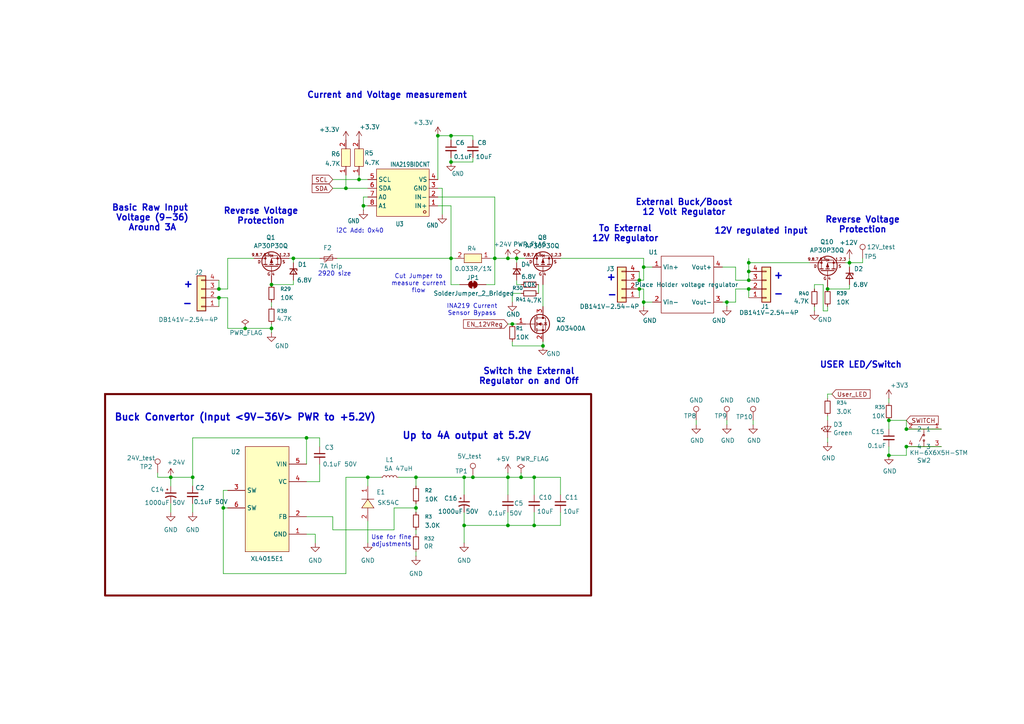
<source format=kicad_sch>
(kicad_sch (version 20250114) (generator "eeschema") (generator_version "9.0")
  (paper "A4")
  (title_block (title "MothBox") (date "2025-11-14") (rev "5.0.3") (company "Digital Naturalism Laboritories"))
  (rectangle (start 30.48 114.3) (end 171.45 172.72) (stroke (width 0.5842) (color 110 0 0 1)))
  (text "+" (at 225.806 80.01 0) (effects (font (size 2 2) (thickness 0.4) (bold yes))))
  (text "Current and Voltage measurement\n" (at 112.268 27.686 0) (effects (font (size 1.778 1.778) (thickness 0.3556) (bold yes))))
  (text "i2C Add: 0x40" (at 104.394 67.056 0) (effects (font (size 1.27 1.27))))
  (text "Buck Convertor (Input <9V-36V> PWR to +5.2V)" (at 71.12 121.158 0) (effects (font (size 2 2) (thickness 0.4) (bold yes))))
  (text "Reverse Voltage\nProtection" (at 75.692 62.738 0) (effects (font (size 1.778 1.778) (thickness 0.3556) (bold yes))))
  (text "+" (at 54.61 82.55 0) (effects (font (size 2 2) (thickness 0.4) (bold yes))))
  (text "-" (at 225.806 85.344 0) (effects (font (size 2 2) (thickness 0.4) (bold yes))))
  (text "Use for fine\nadjustments" (at 113.538 156.972 0) (effects (font (size 1.27 1.27))))
  (text "To External\n12V Regulator" (at 181.356 67.818 0) (effects (font (size 1.778 1.778) (thickness 0.3556) (bold yes))))
  (text "+" (at 177.292 80.518 0) (effects (font (size 2 2) (thickness 0.4) (bold yes))))
  (text "Reverse Voltage\nProtection" (at 250.19 65.278 0) (effects (font (size 1.778 1.778) (thickness 0.3556) (bold yes))))
  (text "INA219 Current\nSensor Bypass" (at 136.906 89.916 0) (effects (font (size 1.27 1.27))))
  (text "12V regulated input\n" (at 220.726 67.056 0) (effects (font (size 1.778 1.778) (thickness 0.3556) (bold yes))))
  (text "Switch the External\nRegulator on and Off\n" (at 153.416 109.22 0) (effects (font (size 1.778 1.778) (thickness 0.3556) (bold yes))))
  (text "2920 size" (at 97.028 79.502 0) (effects (font (size 1.27 1.27))))
  (text "-" (at 177.546 85.598 0) (effects (font (size 2 2) (thickness 0.4) (bold yes))))
  (text "Cut Jumper to\nmeasure current\nflow" (at 121.412 82.296 0) (effects (font (size 1.27 1.27))))
  (text "Up to 4A output at 5.2V" (at 135.382 126.492 0) (effects (font (size 2 2) (thickness 0.4) (bold yes))))
  (text "USER LED/Switch" (at 249.682 105.918 0) (effects (font (size 1.778 1.778) (thickness 0.3556) (bold yes))))
  (text "Basic Raw Input \nVoltage (9-36)\nAround 3A" (at 44.196 63.246 0) (effects (font (size 1.778 1.778) (thickness 0.3556) (bold yes))))
  (text "-" (at 54.356 88.138 0) (effects (font (size 2 2) (thickness 0.4) (bold yes))))
  (text "External Buck/Boost\n12 Volt Regulator" (at 198.374 60.198 0) (effects (font (size 1.778 1.778) (thickness 0.3556) (bold yes))))
  (junction (at 217.17 76.2))
  (junction (at 100.33 54.61))
  (junction (at 104.14 52.07))
  (junction (at 106.68 138.43))
  (junction (at 186.69 87.63))
  (junction (at 63.5 86.36))
  (junction (at 134.62 138.43))
  (junction (at 154.94 138.43))
  (junction (at 262.89 124.46))
  (junction (at 240.03 83.82))
  (junction (at 71.12 95.25))
  (junction (at 185.42 83.82))
  (junction (at 105.41 59.69))
  (junction (at 149.86 74.93))
  (junction (at 186.69 77.47))
  (junction (at 157.48 100.33))
  (junction (at 151.13 138.43))
  (junction (at 143.51 74.93))
  (junction (at 120.65 147.32))
  (junction (at 148.59 93.98))
  (junction (at 120.65 138.43))
  (junction (at 85.09 74.93))
  (junction (at 246.38 76.2))
  (junction (at 88.9 127))
  (junction (at 147.32 138.43))
  (junction (at 49.53 138.43))
  (junction (at 130.81 39.37))
  (junction (at 63.5 83.82))
  (junction (at 217.17 78.74))
  (junction (at 130.81 46.99))
  (junction (at 210.82 87.63))
  (junction (at 217.17 81.28))
  (junction (at 257.81 132.08))
  (junction (at 262.89 129.54))
  (junction (at 217.17 83.82))
  (junction (at 134.62 152.4))
  (junction (at 137.16 138.43))
  (junction (at 130.81 74.93))
  (junction (at 147.32 152.4))
  (junction (at 78.74 82.55))
  (junction (at 147.32 74.93))
  (junction (at 127 39.37))
  (junction (at 78.74 95.25))
  (junction (at 257.81 121.92))
  (junction (at 154.94 152.4))
  (junction (at 185.42 81.28))
  (junction (at 55.88 138.43))
  (junction (at 64.77 147.32))
  (wire (pts (xy 55.88 127) (xy 55.88 138.43)))
  (wire (pts (xy 63.5 83.82) (xy 66.04 83.82)))
  (wire (pts (xy 128.27 54.61) (xy 128.27 62.23)))
  (wire (pts (xy 156.21 82.55) (xy 156.21 85.09)))
  (wire (pts (xy 78.74 82.55) (xy 85.09 82.55)))
  (wire (pts (xy 246.38 74.93) (xy 246.38 76.2)))
  (wire (pts (xy 127 54.61) (xy 128.27 54.61)))
  (wire (pts (xy 186.69 87.63) (xy 189.23 87.63)))
  (wire (pts (xy 96.52 149.86) (xy 96.52 153.67)))
  (wire (pts (xy 63.5 81.28) (xy 63.5 83.82)))
  (wire (pts (xy 245.11 76.2) (xy 246.38 76.2)))
  (wire (pts (xy 147.32 93.98) (xy 148.59 93.98)))
  (wire (pts (xy 64.77 147.32) (xy 64.77 142.24)))
  (wire (pts (xy 250.19 74.93) (xy 250.19 76.2)))
  (wire (pts (xy 162.56 138.43) (xy 154.94 138.43)))
  (wire (pts (xy 217.17 78.74) (xy 217.17 81.28)))
  (wire (pts (xy 217.17 76.2) (xy 234.95 76.2)))
  (wire (pts (xy 147.32 143.51) (xy 147.32 138.43)))
  (wire (pts (xy 154.94 138.43) (xy 151.13 138.43)))
  (wire (pts (xy 134.62 148.59) (xy 134.62 152.4)))
  (wire (pts (xy 104.14 52.07) (xy 96.52 52.07)) (stroke (width 0.1524)))
  (wire (pts (xy 114.3 147.32) (xy 120.65 147.32)))
  (wire (pts (xy 217.17 83.82) (xy 217.17 86.36)))
  (wire (pts (xy 66.04 86.36) (xy 66.04 95.25)))
  (wire (pts (xy 127 59.69) (xy 130.81 59.69)) (stroke (width 0.1524)))
  (wire (pts (xy 257.81 115.57) (xy 257.81 116.84)))
  (wire (pts (xy 45.72 138.43) (xy 49.53 138.43)))
  (wire (pts (xy 262.89 129.54) (xy 273.05 129.54)))
  (wire (pts (xy 133.35 82.55) (xy 130.81 82.55)))
  (wire (pts (xy 151.13 137.16) (xy 151.13 138.43)))
  (wire (pts (xy 120.65 147.32) (xy 120.65 148.59)))
  (wire (pts (xy 130.81 82.55) (xy 130.81 74.93)))
  (wire (pts (xy 127 57.15) (xy 143.51 57.15)) (stroke (width 0.1524)))
  (wire (pts (xy 186.69 83.82) (xy 186.69 87.63)))
  (wire (pts (xy 162.56 74.93) (xy 186.69 74.93)))
  (wire (pts (xy 262.89 129.54) (xy 262.89 132.08)))
  (wire (pts (xy 120.65 153.67) (xy 120.65 154.94)))
  (wire (pts (xy 148.59 93.98) (xy 149.86 93.98)))
  (wire (pts (xy 147.32 74.93) (xy 149.86 74.93)))
  (wire (pts (xy 137.16 45.72) (xy 137.16 46.99)))
  (wire (pts (xy 143.51 82.55) (xy 143.51 74.93)))
  (wire (pts (xy 106.68 57.15) (xy 105.41 57.15)))
  (wire (pts (xy 66.04 147.32) (xy 64.77 147.32)))
  (wire (pts (xy 240.03 120.65) (xy 240.03 121.92)))
  (wire (pts (xy 97.79 74.93) (xy 130.81 74.93)))
  (wire (pts (xy 106.68 54.61) (xy 100.33 54.61)) (stroke (width 0.1524)))
  (wire (pts (xy 236.22 82.55) (xy 236.22 83.82)))
  (wire (pts (xy 201.93 121.92) (xy 201.93 123.19)))
  (wire (pts (xy 157.48 82.55) (xy 157.48 88.9)))
  (wire (pts (xy 120.65 146.05) (xy 120.65 147.32)))
  (wire (pts (xy 147.32 148.59) (xy 147.32 152.4)))
  (wire (pts (xy 149.86 82.55) (xy 149.86 81.28)))
  (wire (pts (xy 130.81 39.37) (xy 130.81 40.64)))
  (wire (pts (xy 78.74 96.52) (xy 78.74 95.25)))
  (wire (pts (xy 149.86 74.93) (xy 149.86 76.2)))
  (wire (pts (xy 238.76 82.55) (xy 236.22 82.55)))
  (wire (pts (xy 91.44 154.94) (xy 91.44 157.48)))
  (wire (pts (xy 49.53 138.43) (xy 55.88 138.43)))
  (wire (pts (xy 238.76 90.17) (xy 238.76 82.55)))
  (wire (pts (xy 213.36 81.28) (xy 213.36 77.47)))
  (wire (pts (xy 134.62 152.4) (xy 147.32 152.4)))
  (wire (pts (xy 88.9 154.94) (xy 91.44 154.94)))
  (wire (pts (xy 209.55 77.47) (xy 213.36 77.47)))
  (wire (pts (xy 88.9 134.62) (xy 88.9 127)))
  (wire (pts (xy 185.42 83.82) (xy 185.42 86.36)))
  (wire (pts (xy 105.41 59.69) (xy 106.68 59.69)))
  (wire (pts (xy 151.13 138.43) (xy 147.32 138.43)))
  (wire (pts (xy 105.41 59.69) (xy 105.41 60.96)))
  (wire (pts (xy 186.69 77.47) (xy 186.69 74.93)))
  (wire (pts (xy 213.36 83.82) (xy 213.36 87.63)))
  (wire (pts (xy 262.89 121.92) (xy 262.89 124.46)))
  (wire (pts (xy 63.5 86.36) (xy 66.04 86.36)))
  (wire (pts (xy 49.53 146.05) (xy 49.53 148.59)))
  (wire (pts (xy 63.5 86.36) (xy 63.5 88.9)))
  (wire (pts (xy 83.82 74.93) (xy 85.09 74.93)))
  (wire (pts (xy 64.77 147.32) (xy 64.77 166.37)))
  (wire (pts (xy 186.69 81.28) (xy 186.69 77.47)))
  (wire (pts (xy 92.71 129.54) (xy 92.71 127)))
  (wire (pts (xy 85.09 74.93) (xy 92.71 74.93)))
  (wire (pts (xy 217.17 76.2) (xy 217.17 78.74)))
  (wire (pts (xy 250.19 76.2) (xy 246.38 76.2)))
  (wire (pts (xy 186.69 77.47) (xy 189.23 77.47)))
  (wire (pts (xy 130.81 74.93) (xy 132.08 74.93)))
  (wire (pts (xy 127 39.37) (xy 127 52.07)))
  (wire (pts (xy 148.59 100.33) (xy 157.48 100.33)))
  (wire (pts (xy 143.51 74.93) (xy 142.24 74.93)) (stroke (width 0.1524)))
  (wire (pts (xy 157.48 99.06) (xy 157.48 100.33)))
  (wire (pts (xy 106.68 138.43) (xy 110.49 138.43)))
  (wire (pts (xy 120.65 138.43) (xy 120.65 140.97)))
  (wire (pts (xy 246.38 82.55) (xy 246.38 83.82)))
  (wire (pts (xy 210.82 121.92) (xy 210.82 123.19)))
  (wire (pts (xy 185.42 78.74) (xy 185.42 81.28)))
  (wire (pts (xy 217.17 74.93) (xy 217.17 76.2)))
  (wire (pts (xy 162.56 143.51) (xy 162.56 138.43)))
  (wire (pts (xy 106.68 138.43) (xy 106.68 140.97)))
  (wire (pts (xy 140.97 82.55) (xy 143.51 82.55)))
  (wire (pts (xy 240.03 88.9) (xy 240.03 90.17)))
  (wire (pts (xy 257.81 121.92) (xy 257.81 124.46)))
  (wire (pts (xy 100.33 138.43) (xy 106.68 138.43)))
  (wire (pts (xy 134.62 152.4) (xy 134.62 157.48)))
  (wire (pts (xy 154.94 143.51) (xy 154.94 138.43)))
  (wire (pts (xy 154.94 152.4) (xy 147.32 152.4)))
  (wire (pts (xy 262.89 124.46) (xy 273.05 124.46)))
  (wire (pts (xy 96.52 54.61) (xy 100.33 54.61)))
  (wire (pts (xy 66.04 74.93) (xy 66.04 83.82)))
  (wire (pts (xy 149.86 82.55) (xy 151.13 82.55)))
  (wire (pts (xy 130.81 45.72) (xy 130.81 46.99)))
  (wire (pts (xy 240.03 90.17) (xy 238.76 90.17)))
  (wire (pts (xy 137.16 138.43) (xy 147.32 138.43)))
  (wire (pts (xy 148.59 85.09) (xy 148.59 87.63)))
  (wire (pts (xy 186.69 87.63) (xy 186.69 88.9)))
  (wire (pts (xy 66.04 142.24) (xy 64.77 142.24)))
  (wire (pts (xy 96.52 153.67) (xy 114.3 153.67)))
  (wire (pts (xy 73.66 74.93) (xy 66.04 74.93)))
  (wire (pts (xy 154.94 148.59) (xy 154.94 152.4)))
  (wire (pts (xy 143.51 74.93) (xy 147.32 74.93)))
  (wire (pts (xy 162.56 152.4) (xy 162.56 148.59)))
  (wire (pts (xy 45.72 137.16) (xy 45.72 138.43)))
  (wire (pts (xy 217.17 81.28) (xy 213.36 81.28)))
  (wire (pts (xy 127 39.37) (xy 130.81 39.37)))
  (wire (pts (xy 88.9 149.86) (xy 96.52 149.86)))
  (wire (pts (xy 137.16 40.64) (xy 137.16 39.37)))
  (wire (pts (xy 147.32 137.16) (xy 147.32 138.43)))
  (wire (pts (xy 85.09 81.28) (xy 85.09 82.55)))
  (wire (pts (xy 64.77 166.37) (xy 100.33 166.37)))
  (wire (pts (xy 105.41 57.15) (xy 105.41 59.69)))
  (wire (pts (xy 120.65 160.02) (xy 120.65 161.29)))
  (wire (pts (xy 96.52 54.61) (xy 100.33 54.61)) (stroke (width 0.1524)))
  (wire (pts (xy 236.22 88.9) (xy 236.22 90.17)))
  (wire (pts (xy 246.38 76.2) (xy 246.38 77.47)))
  (wire (pts (xy 88.9 139.7) (xy 92.71 139.7)))
  (wire (pts (xy 106.68 52.07) (xy 104.14 52.07)) (stroke (width 0.1524)))
  (wire (pts (xy 149.86 74.93) (xy 152.4 74.93)))
  (wire (pts (xy 55.88 146.05) (xy 55.88 148.59)))
  (wire (pts (xy 240.03 114.3) (xy 241.3 114.3)))
  (wire (pts (xy 209.55 87.63) (xy 210.82 87.63)))
  (wire (pts (xy 240.03 127) (xy 240.03 128.27)))
  (wire (pts (xy 100.33 166.37) (xy 100.33 138.43)))
  (wire (pts (xy 92.71 127) (xy 88.9 127)))
  (wire (pts (xy 218.44 121.92) (xy 218.44 123.19)))
  (wire (pts (xy 106.68 151.13) (xy 106.68 157.48)))
  (wire (pts (xy 257.81 132.08) (xy 262.89 132.08)))
  (wire (pts (xy 148.59 99.06) (xy 148.59 100.33)))
  (wire (pts (xy 240.03 83.82) (xy 246.38 83.82)))
  (wire (pts (xy 257.81 121.92) (xy 262.89 121.92)))
  (wire (pts (xy 154.94 152.4) (xy 162.56 152.4)))
  (wire (pts (xy 257.81 129.54) (xy 257.81 132.08)))
  (wire (pts (xy 217.17 83.82) (xy 213.36 83.82)))
  (wire (pts (xy 104.14 50.8) (xy 104.14 52.07)))
  (wire (pts (xy 143.51 57.15) (xy 143.51 74.93)) (stroke (width 0.1524)))
  (wire (pts (xy 49.53 138.43) (xy 49.53 140.97)))
  (wire (pts (xy 137.16 46.99) (xy 130.81 46.99)))
  (wire (pts (xy 66.04 95.25) (xy 71.12 95.25)))
  (wire (pts (xy 240.03 115.57) (xy 240.03 114.3)))
  (wire (pts (xy 137.16 39.37) (xy 130.81 39.37)))
  (wire (pts (xy 88.9 127) (xy 55.88 127)))
  (wire (pts (xy 71.12 95.25) (xy 78.74 95.25)))
  (wire (pts (xy 78.74 95.25) (xy 78.74 93.98)))
  (wire (pts (xy 85.09 74.93) (xy 85.09 76.2)))
  (wire (pts (xy 151.13 85.09) (xy 148.59 85.09)))
  (wire (pts (xy 115.57 138.43) (xy 120.65 138.43)))
  (wire (pts (xy 114.3 153.67) (xy 114.3 147.32)))
  (wire (pts (xy 134.62 143.51) (xy 134.62 138.43)))
  (wire (pts (xy 134.62 138.43) (xy 137.16 138.43)))
  (wire (pts (xy 120.65 138.43) (xy 134.62 138.43)))
  (wire (pts (xy 185.42 83.82) (xy 186.69 83.82)))
  (wire (pts (xy 100.33 50.8) (xy 100.33 54.61)))
  (wire (pts (xy 92.71 139.7) (xy 92.71 134.62)))
  (wire (pts (xy 78.74 87.63) (xy 78.74 88.9)))
  (wire (pts (xy 130.81 59.69) (xy 130.81 74.93)) (stroke (width 0.1524)))
  (wire (pts (xy 213.36 87.63) (xy 210.82 87.63)))
  (wire (pts (xy 185.42 81.28) (xy 186.69 81.28)))
  (wire (pts (xy 55.88 138.43) (xy 55.88 140.97)))
  (wire (pts (xy 210.82 87.63) (xy 210.82 88.9)))
  (global_label "SCL" (shape input) (at 96.52 52.07 180) (property "Intersheetrefs" "${INTERSHEET_REFS}" (effects (hide yes))))
  (global_label "SDA" (shape input) (at 96.52 54.61 180) (property "Intersheetrefs" "${INTERSHEET_REFS}" (effects (hide yes))))
  (global_label "User_LED" (shape input) (at 241.3 114.3 0) (property "Intersheetrefs" "${INTERSHEET_REFS}" (effects (hide yes))))
  (global_label "SWITCH" (shape input) (at 262.89 121.92 0) (property "Intersheetrefs" "${INTERSHEET_REFS}" (effects (hide yes))))
  (global_label "EN_12VReg" (shape input) (at 147.32 93.98 180) (property "Intersheetrefs" "${INTERSHEET_REFS}" (effects (hide yes))))
  (symbol (lib_name "AP30P30Q_1") (lib_id "MothBox_Symbol_Library:AP30P30Q_1") (at 240.03 76.2 0) (unit 1)
    (property "Reference" "Q10" (at 239.8396 70.1505 0))
    (property "Value" "AP30P30Q" (at 239.8396 72.5748 0))
    (property "Footprint" "0_easyeda_footprints:PDFN3333-8_L3.1-W3.2-P0.65-LS3.4-BL" (effects (hide yes)))
    (property "Description" "30V 30A 1.5W 800mV 1 P-Channel PDFN3333-8 Single FETs, MOSFETs RoHS" (effects (hide yes)))
    (property "LCSC" "C471913" (effects (hide yes)))
  )
  (symbol (lib_id "MothBox_Symbol_Library:C_Small") (at 137.16 43.18 0) (unit 1)
    (property "Reference" "C8" (at 138.43 41.402 0) (effects (justify left)))
    (property "Value" "10uF" (at 137.922 45.466 0) (effects (justify left)))
    (property "Footprint" "MothBox_footprints_Library:C_0603_1608Metric" (effects (hide yes)))
    (property "Description" "Unpolarized capacitor, small symbol" (effects (hide yes)))
    (property "LCSC_Part" "C19702" (effects (hide yes)))
  )
  (symbol (lib_id "MothBox_Symbol_Library:GND") (at 128.27 62.23 0) (unit 1)
    (property "Reference" "#U$03" (effects (hide yes)))
    (property "Value" "GND" (at 123.698 66.04 0) (effects (font (size 1.27 1.0795)) (justify left bottom)))
  )
  (symbol (lib_id "MothBox_Symbol_Library:PCSR2512BR100M6") (at 137.16 74.93 180) (unit 1)
    (property "Reference" "R4" (at 138.176 71.374 0) (effects (justify left bottom)))
    (property "Value" "0.033R/1%" (at 131.826 77.216 0) (effects (justify right bottom)))
    (property "Footprint" "MothBox_footprints_Library:R_2512_6332Metric" (effects (hide yes)))
    (property "LCSC_Part" "C875726" (effects (hide yes)))
  )
  (symbol (lib_id "MothBox_Symbol_Library:GND") (at 218.44 123.19 0) (unit 1)
    (property "Reference" "#PWR062" (effects (hide yes)))
    (property "Value" "GND" (at 218.694 127.762 0))
    (property "Description" "Power symbol creates a global label with name \"GND\" , ground" (effects (hide yes)))
  )
  (symbol (lib_id "MothBox_Symbol_Library:Conn_01x04") (at 180.34 83.82 180) (unit 1)
    (property "Reference" "J3" (at 177.038 77.978 0))
    (property "Value" "DB141V-2.54-4P" (at 176.784 88.9 0))
    (property "Footprint" "MothBox_footprints_Library:CONN-TH_4P-P2.54_DIBO_DB141V-2.54-4P" (effects (hide yes)))
    (property "Description" "Generic connector, single row, 01x04, script generated (kicad-library-utils/schlib/autogen/connector/)" (effects (hide yes)))
    (property "LCSC_Part" "C2898746" (effects (hide yes)))
  )
  (symbol (lib_id "MothBox_Symbol_Library:GND") (at 257.81 132.08 0) (unit 1)
    (property "Reference" "#PWR072" (effects (hide yes)))
    (property "Value" "GND" (at 258.064 136.652 0))
    (property "Description" "Power symbol creates a global label with name \"GND\" , ground" (effects (hide yes)))
  )
  (symbol (lib_id "MothBox_Symbol_Library:TestPoint") (at 250.19 74.93 0) (unit 1) (in_bom no)
    (property "Reference" "TP5" (at 252.476 74.422 0))
    (property "Value" "12V_test" (at 255.524 71.628 0))
    (property "Footprint" "MothBox_footprints_Library:TestPoint_THTPad_D1.0mm_Drill0.5mm" (effects (hide yes)))
    (property "Description" "test point" (effects (hide yes)))
  )
  (symbol (lib_id "MothBox_Symbol_Library:SK54C_C5449119") (at 106.68 146.05 270) (unit 1)
    (property "Reference" "E1" (at 111.76 142.748 90) (effects (justify right)))
    (property "Value" "SK54C" (at 115.824 145.796 90) (effects (justify right)))
    (property "Footprint" "MothBox_footprints_Library:SMC_L6.9-W5.9-LS8.0-RD" (effects (hide yes)))
    (property "Description" "Independent Type 5A 550mV@5A 40V SMC Diodes - General Purpose ROHS" (effects (hide yes)))
    (property "MF" "Taiwan Semiconductor" (effects (hide yes)))
    (property "MAXIMUM_PACKAGE_HEIGHT" "2.65mm" (effects (hide yes)))
    (property "Package" "DO-214AB-2 Taiwan Semiconductor" (effects (hide yes)))
    (property "Price" "None" (effects (hide yes)))
    (property "Check_prices" "https://www.snapeda.com/parts/SK54C/taiwan/view-part/?ref=eda" (effects (hide yes)))
    (property "STANDARD" "Manufacturer Recommendations" (effects (hide yes)))
    (property "PARTREV" "S2311" (effects (hide yes)))
    (property "SnapEDA_Link" "https://www.snapeda.com/parts/SK54C/taiwan/view-part/?ref=snap" (effects (hide yes)))
    (property "MP" "SK54C" (effects (hide yes)))
    (property "Description_1" "5A, 40V, Schottky Rectifier" (effects (hide yes)))
    (property "Availability" "In Stock" (effects (hide yes)))
    (property "MANUFACTURER" "Taiwan Semiconductor" (effects (hide yes)))
    (property "LCSC_Part" "C5449119" (effects (hide yes)))
  )
  (symbol (lib_id "MothBox_Symbol_Library:XL4015E1") (at 77.47 144.78 0) (unit 1)
    (property "Reference" "U2" (at 68.326 131.064 0))
    (property "Value" "XL4015E1" (at 77.47 162.052 0))
    (property "Footprint" "Package_TO_SOT_SMD:TO-263-5_TabPin3" (effects (hide yes)))
    (property "Datasheet" "https://lcsc.com/product-detail/DC-DC-Converters_XL4015E1_C51661.html" (effects (hide yes)))
    (property "MF" "XLSEMI" (effects (hide yes)))
    (property "MAXIMUM_PACKAGE_HEIGHT" "4.77mm" (effects (hide yes)))
    (property "Package" "None" (effects (hide yes)))
    (property "Price" "None" (effects (hide yes)))
    (property "Check_prices" "https://www.snapeda.com/parts/XL4015/XLSEMI/view-part/?ref=eda" (effects (hide yes)))
    (property "STANDARD" "Manufacturer Recommendations" (effects (hide yes)))
    (property "PARTREV" "1.5" (effects (hide yes)))
    (property "SnapEDA_Link" "https://www.snapeda.com/parts/XL4015/XLSEMI/view-part/?ref=snap" (effects (hide yes)))
    (property "MP" "XL4015" (effects (hide yes)))
    (property "Description_1" "5A 180KHz 36V Buck DC to DC Converter" (effects (hide yes)))
    (property "Availability" "Not in stock" (effects (hide yes)))
    (property "MANUFACTURER" "XLSEMI" (effects (hide yes)))
    (property "LCSC_Part" "C51661" (effects (hide yes)))
  )
  (symbol (lib_id "MothBox_Symbol_Library:R_Small") (at 236.22 86.36 0) (mirror y) (unit 1)
    (property "Reference" "R40" (at 234.7214 85.1478 0) (effects (font (size 1.016 1.016)) (justify left)))
    (property "Value" "4.7K" (at 234.7214 87.3677 0) (effects (justify left)))
    (property "Footprint" "MothBox_footprints_Library:R_0603_1608Metric" (effects (hide yes)))
    (property "Description" "Resistor, small symbol" (effects (hide yes)))
    (property "LCSC_Part" "C23162" (effects (hide yes)))
  )
  (symbol (lib_id "MothBox_Symbol_Library:+12V") (at 246.38 74.93 0) (unit 1)
    (property "Reference" "#PWR06" (effects (hide yes)))
    (property "Value" "+12V" (at 246.126 70.358 0))
    (property "Description" "Power symbol creates a global label with name \"+12V\"" (effects (hide yes)))
  )
  (symbol (lib_id "MothBox_Symbol_Library:Polyfuse_Small") (at 95.25 74.93 90) (unit 1)
    (property "Reference" "F2" (at 94.996 71.882 90))
    (property "Value" "7A trip" (at 96.012 77.216 90))
    (property "Footprint" "Fuse:Fuse_2920_7451Metric" (effects (hide yes)))
    (property "Description" "Resettable fuse, polymeric positive temperature coefficient, small symbol" (effects (hide yes)))
    (property "LCSC_Part" "C22363536" (effects (hide yes)))
  )
  (symbol (lib_id "MothBox_Symbol_Library:Device_LED_Small") (at 240.03 124.46 90) (unit 1)
    (property "Reference" "D3" (at 241.681 123.1208 90) (effects (justify right)))
    (property "Value" "Green" (at 241.681 125.5451 90) (effects (justify right)))
    (property "Footprint" "LED_SMD:LED_0603_1608Metric" (effects (hide yes)))
    (property "LCSC" "C72043" (effects (hide yes)))
  )
  (symbol (lib_id "MothBox_Symbol_Library:Conn_01x04") (at 58.42 86.36 180) (unit 1)
    (property "Reference" "J2" (at 57.658 78.994 0))
    (property "Value" "DB141V-2.54-4P" (at 54.61 92.71 0))
    (property "Footprint" "MothBox_footprints_Library:CONN-TH_4P-P2.54_DIBO_DB141V-2.54-4P" (effects (hide yes)))
    (property "Description" "Generic connector, single row, 01x04, script generated (kicad-library-utils/schlib/autogen/connector/)" (effects (hide yes)))
    (property "LCSC_Part" "C2898746" (effects (hide yes)))
  )
  (symbol (lib_id "MothBox_Symbol_Library:GND") (at 210.82 123.19 0) (unit 1)
    (property "Reference" "#PWR059" (effects (hide yes)))
    (property "Value" "GND" (at 211.074 127.762 0))
    (property "Description" "Power symbol creates a global label with name \"GND\" , ground" (effects (hide yes)))
  )
  (symbol (lib_id "MothBox_Symbol_Library:PWR_FLAG") (at 151.13 137.16 0) (unit 1)
    (property "Reference" "#FLG03" (effects (hide yes)))
    (property "Value" "PWR_FLAG" (at 154.432 133.096 0))
    (property "Description" "Special symbol for telling ERC where power comes from" (effects (hide yes)))
  )
  (symbol (lib_id "MothBox_Symbol_Library:R_Small") (at 257.81 119.38 0) (mirror y) (unit 1)
    (property "Reference" "R35" (at 256.794 118.11 0) (effects (font (size 1.016 1.016)) (justify left)))
    (property "Value" "10K" (at 256.794 120.65 0) (effects (justify left)))
    (property "Footprint" "MothBox_footprints_Library:R_0603_1608Metric" (effects (hide yes)))
    (property "Description" "Resistor, small symbol" (effects (hide yes)))
    (property "LCSC_Part" "C25804" (effects (hide yes)))
  )
  (symbol (lib_id "MothBox_Symbol_Library:TestPoint") (at 45.72 137.16 0) (unit 1) (in_bom no)
    (property "Reference" "TP2" (at 42.418 135.382 0))
    (property "Value" "24V_test" (at 40.894 132.842 0))
    (property "Footprint" "MothBox_footprints_Library:TestPoint_THTPad_D1.0mm_Drill0.5mm" (effects (hide yes)))
    (property "Description" "test point" (effects (hide yes)))
  )
  (symbol (lib_id "Jumper:SolderJumper_2_Bridged") (at 137.16 82.55 0) (unit 1) (in_bom no)
    (property "Reference" "JP1" (at 137.16 80.518 0))
    (property "Value" "SolderJumper_2_Bridged" (at 137.414 85.09 0))
    (property "Footprint" "Jumper:SolderJumper-2_P1.3mm_Bridged2Bar_RoundedPad1.0x1.5mm" (effects (hide yes)))
    (property "Description" "Solder Jumper, 2-pole, closed/bridged" (effects (hide yes)))
  )
  (symbol (lib_id "MothBox_Symbol_Library:R_Small") (at 78.74 91.44 0) (unit 1)
    (property "Reference" "R38" (at 80.2386 90.2278 0) (effects (font (size 1.016 1.016)) (justify left)))
    (property "Value" "4.7K" (at 80.2386 92.4477 0) (effects (justify left)))
    (property "Footprint" "MothBox_footprints_Library:R_0603_1608Metric" (effects (hide yes)))
    (property "Description" "Resistor, small symbol" (effects (hide yes)))
    (property "LCSC_Part" "C23162" (effects (hide yes)))
  )
  (symbol (lib_id "MothBox_Symbol_Library:+24V") (at 49.53 138.43 0) (unit 1)
    (property "Reference" "#PWR031" (effects (hide yes)))
    (property "Value" "+24V" (at 51.054 134.112 0))
    (property "Description" "Power symbol creates a global label with name \"+24V\"" (effects (hide yes)))
  )
  (symbol (lib_id "MothBox_Symbol_Library:+24V") (at 147.32 74.93 0) (unit 1)
    (property "Reference" "#PWR01" (effects (hide yes)))
    (property "Value" "+24V" (at 145.796 70.866 0))
    (property "Description" "Power symbol creates a global label with name \"+24V\"" (effects (hide yes)))
  )
  (symbol (lib_id "MothBox_Symbol_Library:D_Zener_Small") (at 149.86 78.74 270) (unit 1)
    (property "Reference" "D4" (at 151.13 76.708 90) (effects (justify left)))
    (property "Value" "6.8V" (at 151.13 80.264 90) (effects (justify left)))
    (property "Footprint" "MothBox_footprints_Library:D_SOD-323" (effects (hide yes)))
    (property "Description" "Zener diode, small symbol" (effects (hide yes)))
    (property "DESCRIPTION" "BZT52C6V8S" (effects (hide yes)))
    (property "LCSC_Part" "C46641604" (effects (hide yes)))
  )
  (symbol (lib_id "MothBox_Symbol_Library:PWR_FLAG") (at 149.86 74.93 0) (unit 1)
    (property "Reference" "#FLG01" (effects (hide yes)))
    (property "Value" "PWR_FLAG" (at 148.844 70.866 0) (effects (justify left)))
    (property "Description" "Special symbol for telling ERC where power comes from" (effects (hide yes)))
  )
  (symbol (lib_id "MothBox_Symbol_Library:GND") (at 148.59 87.63 0) (unit 1)
    (property "Reference" "#PWR045" (effects (hide yes)))
    (property "Value" "GND" (at 148.844 91.186 0))
    (property "Description" "Power symbol creates a global label with name \"GND\" , ground" (effects (hide yes)))
  )
  (symbol (lib_id "MothBox_Symbol_Library:TestPoint") (at 201.93 121.92 0) (unit 1) (in_bom no)
    (property "Reference" "TP8" (at 200.152 120.65 0))
    (property "Value" "GND" (at 201.93 116.078 0))
    (property "Footprint" "MothBox_footprints_Library:TestPoint_THTPad_D1.0mm_Drill0.5mm" (effects (hide yes)))
    (property "Description" "test point" (effects (hide yes)))
  )
  (symbol (lib_id "MothBox_Symbol_Library:GND") (at 157.48 100.33 0) (unit 1)
    (property "Reference" "#PWR0101" (effects (hide yes)))
    (property "Value" "GND" (at 160.528 102.616 0))
    (property "Description" "Power symbol creates a global label with name \"GND\" , ground" (effects (hide yes)))
  )
  (symbol (lib_id "MothBox_Symbol_Library:GND") (at 240.03 128.27 0) (unit 1)
    (property "Reference" "#PWR071" (effects (hide yes)))
    (property "Value" "GND" (at 240.284 132.842 0))
    (property "Description" "Power symbol creates a global label with name \"GND\" , ground" (effects (hide yes)))
  )
  (symbol (lib_id "MothBox_Symbol_Library:D_Zener_Small") (at 246.38 80.01 270) (unit 1)
    (property "Reference" "D2" (at 247.65 77.978 90) (effects (justify left)))
    (property "Value" "6.8V" (at 247.396 82.55 90) (effects (justify left)))
    (property "Footprint" "MothBox_footprints_Library:D_SOD-323" (effects (hide yes)))
    (property "Description" "Zener diode, small symbol" (effects (hide yes)))
    (property "DESCRIPTION" "BZT52C6V8S" (effects (hide yes)))
    (property "LCSC_Part" "C46641604" (effects (hide yes)))
  )
  (symbol (lib_id "MothBox_Symbol_Library:C_Small") (at 147.32 146.05 0) (unit 1)
    (property "Reference" "C5" (at 149.0941 145.9695 0) (effects (justify left)))
    (property "Value" "0.1uF 50V" (at 141.478 148.844 0) (effects (justify left)))
    (property "Footprint" "MothBox_footprints_Library:C_0603_1608Metric" (effects (hide yes)))
    (property "Description" "50V 0.1uF X7R ±10% 0805 Multilayer Ceramic Capacitors MLCC - SMD/SMT ROHS" (effects (hide yes)))
    (property "LCSC_Part" "C14663" (effects (hide yes)))
  )
  (symbol (lib_id "MothBox_Symbol_Library:GND") (at 105.41 60.96 0) (unit 1)
    (property "Reference" "#U$02" (effects (hide yes)))
    (property "Value" "GND" (at 100.838 64.77 0) (effects (font (size 1.27 1.0795)) (justify left bottom)))
  )
  (symbol (lib_id "MothBox_Symbol_Library:R_Small") (at 240.03 118.11 0) (unit 1)
    (property "Reference" "R34" (at 242.57 116.8399 0) (effects (font (size 1.016 1.016)) (justify left)))
    (property "Value" "3.0K" (at 242.57 119.3799 0) (effects (justify left)))
    (property "Footprint" "MothBox_footprints_Library:R_0603_1608Metric" (effects (hide yes)))
    (property "Description" "Resistor, small symbol" (effects (hide yes)))
    (property "LCSC_Part" "C4211" (effects (hide yes)))
  )
  (symbol (lib_id "MothBox_Symbol_Library:L_Small") (at 113.03 138.43 90) (unit 1)
    (property "Reference" "L1" (at 113.03 133.35 90))
    (property "Value" "5A 47uH" (at 115.57 135.89 90))
    (property "Footprint" "MothBox_footprints_Library:L_Chilisin_BMRG00131360" (effects (hide yes)))
    (property "Description" "5A 47uH Integrated molded inductor ±20% SMD,13.8x12.6x6.5mm Power Inductors ROHS" (effects (hide yes)))
    (property "LCSC_Part" "C497913" (effects (hide yes)))
  )
  (symbol (lib_id "MothBox_Symbol_Library:+3.3V") (at 104.14 40.64 0) (mirror y) (unit 1)
    (property "Reference" "#PWR015" (effects (hide yes)))
    (property "Value" "+3.3V" (at 107.188 36.83 0))
    (property "Description" "Power symbol creates a global label with name \"+3.3V\"" (effects (hide yes)))
  )
  (symbol (lib_id "MothBox_Symbol_Library:KH-6X6X5H-STM") (at 267.97 127 0) (mirror y) (unit 1)
    (property "Reference" "SW2" (at 267.97 133.5575 0))
    (property "Value" "KH-6X6X5H-STM" (at 272.288 131.318 0))
    (property "Footprint" "0_easyeda_footprints:SW-SMD_4P-L6.0-W6.0-P4.50-LS9.0_H5.0" (effects (hide yes)))
    (property "LCSC Part" "C455095" (effects (hide yes)))
  )
  (symbol (lib_id "MothBox_Symbol_Library:+3.3V") (at 257.81 115.57 0) (mirror y) (unit 1)
    (property "Reference" "#PWR073" (effects (hide yes)))
    (property "Value" "+3V3" (at 260.858 111.76 0))
    (property "Description" "Power symbol creates a global label with name \"+3.3V\"" (effects (hide yes)))
  )
  (symbol (lib_id "MothBox_Symbol_Library:C_Small") (at 92.71 132.08 0) (mirror y) (unit 1)
    (property "Reference" "C3" (at 95.504 129.794 0))
    (property "Value" "0.1uF 50V" (at 98.552 134.62 0))
    (property "Footprint" "MothBox_footprints_Library:C_0603_1608Metric" (effects (hide yes)))
    (property "Description" "50V 0.1uF X7R ±10% 0805 Multilayer Ceramic Capacitors MLCC - SMD/SMT ROHS" (effects (hide yes)))
    (property "LCSC_Part" "C14663" (effects (hide yes)))
  )
  (symbol (lib_id "MothBox_Symbol_Library:GND") (at 55.88 148.59 0) (unit 1)
    (property "Reference" "#PWR04" (effects (hide yes)))
    (property "Value" "GND" (at 55.88 153.67 0))
    (property "Description" "Power symbol creates a global label with name \"GND\" , ground" (effects (hide yes)))
  )
  (symbol (lib_id "MothBox_Symbol_Library:R_Small") (at 240.03 86.36 0) (unit 1)
    (property "Reference" "R39" (at 242.57 85.0899 0) (effects (font (size 1.016 1.016)) (justify left)))
    (property "Value" "10K" (at 242.57 87.6299 0) (effects (justify left)))
    (property "Footprint" "MothBox_footprints_Library:R_0603_1608Metric" (effects (hide yes)))
    (property "Description" "Resistor, small symbol" (effects (hide yes)))
    (property "LCSC_Part" "C25804" (effects (hide yes)))
  )
  (symbol (lib_id "MothBox_Symbol_Library:R_Small") (at 120.65 157.48 0) (unit 1)
    (property "Reference" "R32" (at 122.936 156.21 0) (effects (font (size 1.016 1.016)) (justify left)))
    (property "Value" "0R" (at 122.936 158.4299 0) (effects (justify left)))
    (property "Footprint" "MothBox_footprints_Library:R_0603_1608Metric" (effects (hide yes)))
    (property "Description" "Resistor, small symbol" (effects (hide yes)))
    (property "LCSC_Part" "C21189" (effects (hide yes)))
  )
  (symbol (lib_id "MothBox_Symbol_Library:PWR_FLAG") (at 71.12 95.25 0) (unit 1)
    (property "Reference" "#FLG02" (effects (hide yes)))
    (property "Value" "PWR_FLAG" (at 71.374 96.52 0))
    (property "Description" "Special symbol for telling ERC where power comes from" (effects (hide yes)))
  )
  (symbol (lib_id "MothBox_Symbol_Library:TestPoint") (at 210.82 121.92 0) (unit 1) (in_bom no)
    (property "Reference" "TP9" (at 209.042 120.65 0))
    (property "Value" "GND" (at 210.82 116.078 0))
    (property "Footprint" "MothBox_footprints_Library:TestPoint_THTPad_D1.0mm_Drill0.5mm" (effects (hide yes)))
    (property "Description" "test point" (effects (hide yes)))
  )
  (symbol (lib_id "MothBox_Symbol_Library:GND") (at 134.62 157.48 0) (unit 1)
    (property "Reference" "#PWR011" (effects (hide yes)))
    (property "Value" "GND" (at 134.62 162.56 0))
    (property "Description" "Power symbol creates a global label with name \"GND\" , ground" (effects (hide yes)))
  )
  (symbol (lib_id "MothBox_Symbol_Library:D_Zener_Small") (at 85.09 78.74 270) (unit 1)
    (property "Reference" "D1" (at 86.36 76.708 90) (effects (justify left)))
    (property "Value" "6.8V" (at 86.106 81.28 90) (effects (justify left)))
    (property "Footprint" "MothBox_footprints_Library:D_SOD-323" (effects (hide yes)))
    (property "Description" "Zener diode, small symbol" (effects (hide yes)))
    (property "DESCRIPTION" "BZT52C6V8S" (effects (hide yes)))
    (property "LCSC_Part" "C46641604" (effects (hide yes)))
  )
  (symbol (lib_id "MothBox_Symbol_Library:GND") (at 210.82 88.9 0) (unit 1)
    (property "Reference" "#PWR07" (effects (hide yes)))
    (property "Value" "GND" (at 208.534 92.964 0))
    (property "Description" "Power symbol creates a global label with name \"GND\" , ground" (effects (hide yes)))
  )
  (symbol (lib_id "MothBox_Symbol_Library:R_Small") (at 120.65 151.13 0) (unit 1)
    (property "Reference" "R3" (at 123.19 149.8599 0) (effects (font (size 1.016 1.016)) (justify left)))
    (property "Value" "3.0K" (at 123.19 152.3999 0) (effects (justify left)))
    (property "Footprint" "MothBox_footprints_Library:R_0603_1608Metric" (effects (hide yes)))
    (property "Description" "Resistor, small symbol" (effects (hide yes)))
    (property "LCSC_Part" "C4211" (effects (hide yes)))
  )
  (symbol (lib_name "AP30P30Q_1") (lib_id "MothBox_Symbol_Library:AP30P30Q_1") (at 157.48 74.93 0) (unit 1)
    (property "Reference" "Q8" (at 157.2896 68.8805 0))
    (property "Value" "AP30P30Q" (at 157.2896 71.3048 0))
    (property "Footprint" "0_easyeda_footprints:PDFN3333-8_L3.1-W3.2-P0.65-LS3.4-BL" (effects (hide yes)))
    (property "Description" "30V 30A 1.5W 800mV 1 P-Channel PDFN3333-8 Single FETs, MOSFETs RoHS" (effects (hide yes)))
    (property "LCSC" "C471913" (effects (hide yes)))
  )
  (symbol (lib_id "MothBox_Symbol_Library:GND") (at 49.53 148.59 0) (unit 1)
    (property "Reference" "#PWR03" (effects (hide yes)))
    (property "Value" "GND" (at 49.53 153.67 0))
    (property "Description" "Power symbol creates a global label with name \"GND\" , ground" (effects (hide yes)))
  )
  (symbol (lib_id "MothBox_Symbol_Library:GND") (at 91.44 157.48 0) (unit 1)
    (property "Reference" "#PWR08" (effects (hide yes)))
    (property "Value" "GND" (at 91.44 162.56 0))
    (property "Description" "Power symbol creates a global label with name \"GND\" , ground" (effects (hide yes)))
  )
  (symbol (lib_id "MothBox_Symbol_Library:TestPoint") (at 137.16 138.43 0) (unit 1) (in_bom no)
    (property "Reference" "TP1" (at 133.858 136.652 0))
    (property "Value" "5V_test" (at 136.144 132.334 0))
    (property "Footprint" "MothBox_footprints_Library:TestPoint_THTPad_D1.0mm_Drill0.5mm" (effects (hide yes)))
    (property "Description" "test point" (effects (hide yes)))
  )
  (symbol (lib_id "MothBox_Symbol_Library:R_Small") (at 120.65 143.51 0) (unit 1)
    (property "Reference" "R2" (at 123.19 142.2399 0) (effects (font (size 1.016 1.016)) (justify left)))
    (property "Value" "10K" (at 123.19 144.7799 0) (effects (justify left)))
    (property "Footprint" "MothBox_footprints_Library:R_0603_1608Metric" (effects (hide yes)))
    (property "Description" "Resistor, small symbol" (effects (hide yes)))
    (property "LCSC_Part" "C25804" (effects (hide yes)))
  )
  (symbol (lib_id "MothBox_Symbol_Library:GND") (at 130.81 46.99 0) (unit 1)
    (property "Reference" "#U$01" (effects (hide yes)))
    (property "Value" "GND" (at 131.064 51.054 0) (effects (font (size 1.27 1.0795)) (justify left bottom)))
  )
  (symbol (lib_name "FRC0603J103TS_1") (lib_id "MothBox_Symbol_Library:FRC0603J103TS_1") (at 104.14 45.72 270) (mirror x) (unit 1)
    (property "Reference" "R5" (at 105.664 43.688 90) (effects (justify left bottom)))
    (property "Value" "4.7K" (at 105.664 46.482 90) (effects (justify left bottom)))
    (property "Footprint" "MothBox_footprints_Library:R_0603_1608Metric" (effects (hide yes)))
    (property "LCSC_Part" "C23162" (effects (hide yes)))
  )
  (symbol (lib_id "MothBox_Symbol_Library:C_Polarized_Small_US") (at 134.62 146.05 0) (unit 1)
    (property "Reference" "C16" (at 128.778 144.526 0) (effects (justify left)))
    (property "Value" "1000uF 50V" (at 127 148.336 0) (effects (justify left)))
    (property "Footprint" "easyeda2kicad:CAP-TH_BD16.0-P7.50-D1.2-FD" (effects (hide yes)))
    (property "Datasheet" "https://lcsc.com/product-detail/Aluminum-Electrolytic-Capacitors-Leaded_1000uF-20-50V_C106656.html" (effects (hide yes)))
    (property "LCSC_Part" "C106656" (effects (hide yes)))
  )
  (symbol (lib_id "MothBox_Symbol_Library:C_Small") (at 154.94 146.05 0) (unit 1)
    (property "Reference" "C10" (at 156.21 144.272 0) (effects (justify left)))
    (property "Value" "10uF" (at 155.702 148.336 0) (effects (justify left)))
    (property "Footprint" "MothBox_footprints_Library:C_0603_1608Metric" (effects (hide yes)))
    (property "Description" "Unpolarized capacitor, small symbol" (effects (hide yes)))
    (property "LCSC_Part" "C19702" (effects (hide yes)))
  )
  (symbol (lib_id "MothBox_Symbol_Library:Buck-Boost") (at 199.39 82.55 0) (unit 1) (in_bom no) (on_board no)
    (property "Reference" "U1" (at 189.484 73.152 0))
    (property "Value" "Place Holder voltage regulator" (at 199.136 82.55 0))
  )
  (symbol (lib_id "MothBox_Symbol_Library:GND") (at 120.65 161.29 0) (unit 1)
    (property "Reference" "#PWR010" (effects (hide yes)))
    (property "Value" "GND" (at 120.65 166.37 0))
    (property "Description" "Power symbol creates a global label with name \"GND\" , ground" (effects (hide yes)))
  )
  (symbol (lib_id "MothBox_Symbol_Library:GND") (at 78.74 96.52 0) (unit 1)
    (property "Reference" "#PWR02" (effects (hide yes)))
    (property "Value" "GND" (at 81.788 100.33 0))
    (property "Description" "Power symbol creates a global label with name \"GND\" , ground" (effects (hide yes)))
  )
  (symbol (lib_id "MothBox_Symbol_Library:+5V") (at 147.32 137.16 0) (unit 1)
    (property "Reference" "#PWR012" (effects (hide yes)))
    (property "Value" "+5V" (at 145.796 133.096 0))
    (property "Description" "Power symbol creates a global label with name \"+5V\"" (effects (hide yes)))
  )
  (symbol (lib_id "MothBox_Symbol_Library:R_Small") (at 78.74 85.09 0) (unit 1)
    (property "Reference" "R29" (at 81.28 83.8199 0) (effects (font (size 1.016 1.016)) (justify left)))
    (property "Value" "10K" (at 81.28 86.3599 0) (effects (justify left)))
    (property "Footprint" "MothBox_footprints_Library:R_0603_1608Metric" (effects (hide yes)))
    (property "Description" "Resistor, small symbol" (effects (hide yes)))
    (property "LCSC_Part" "C25804" (effects (hide yes)))
  )
  (symbol (lib_id "MothBox_Symbol_Library:GND") (at 106.68 157.48 0) (unit 1)
    (property "Reference" "#PWR09" (effects (hide yes)))
    (property "Value" "GND" (at 106.68 162.56 0))
    (property "Description" "Power symbol creates a global label with name \"GND\" , ground" (effects (hide yes)))
  )
  (symbol (lib_id "MothBox_Symbol_Library:INA219AIDCNR") (at 116.84 55.88 180) (unit 1)
    (property "Reference" "U3" (at 117.094 64.262 0) (effects (font (size 1.27 1.0795)) (justify left bottom)))
    (property "Value" "INA219BIDCNT" (at 124.714 46.99 0) (effects (font (size 1.27 1.0795)) (justify left bottom)))
    (property "Footprint" "MothBox_footprints_Library:SOT-23-8" (effects (hide yes)))
    (property "Datasheet" "https://lcsc.com/product-detail/PMIC-Current-Power-Monitors-Regulators_TI_INA219AIDCNR_INA219AIDCNR_C87469.html" (effects (hide yes)))
    (property "LCSC_Part" "C87469" (effects (hide yes)))
  )
  (symbol (lib_id "MothBox_Symbol_Library:Conn_01x04") (at 222.25 83.82 0) (mirror x) (unit 1)
    (property "Reference" "J1" (at 220.726 88.9 0) (effects (justify left)))
    (property "Value" "DB141V-2.54-4P" (at 214.376 90.678 0) (effects (justify left)))
    (property "Footprint" "MothBox_footprints_Library:CONN-TH_4P-P2.54_DIBO_DB141V-2.54-4P" (effects (hide yes)))
    (property "Description" "Generic connector, single row, 01x04, script generated (kicad-library-utils/schlib/autogen/connector/)" (effects (hide yes)))
    (property "LCSC_Part" "C2898746" (effects (hide yes)))
  )
  (symbol (lib_id "MothBox_Symbol_Library:AO3400A") (at 154.94 93.98 0) (unit 1)
    (property "Reference" "Q2" (at 161.29 92.7099 0) (effects (justify left)))
    (property "Value" "AO3400A" (at 161.29 95.2499 0) (effects (justify left)))
    (property "Footprint" "MothBox_footprints_Library:SOT-23" (effects (hide yes)))
    (property "Datasheet" "http://www.aosmd.com/pdfs/datasheet/AO3400A.pdf" (effects (hide yes)))
    (property "Description" "30V Vds, 5.7A Id, N-Channel MOSFET, SOT-23" (effects (hide yes)))
    (property "LCSC_Part" "C2938367" (effects (hide yes)))
  )
  (symbol (lib_id "MothBox_Symbol_Library:TestPoint") (at 218.44 121.92 0) (unit 1) (in_bom no)
    (property "Reference" "TP10" (at 215.9 120.904 0))
    (property "Value" "GND" (at 218.44 116.078 0))
    (property "Footprint" "MothBox_footprints_Library:TestPoint_THTPad_D1.0mm_Drill0.5mm" (effects (hide yes)))
    (property "Description" "test point" (effects (hide yes)))
  )
  (symbol (lib_id "MothBox_Symbol_Library:C_Small") (at 130.81 43.18 0) (unit 1)
    (property "Reference" "C6" (at 132.08 41.402 0) (effects (justify left)))
    (property "Value" "0.1uF" (at 131.572 45.466 0) (effects (justify left)))
    (property "Footprint" "MothBox_footprints_Library:C_0603_1608Metric" (effects (hide yes)))
    (property "Datasheet" "https://lcsc.com/product-detail/Multilayer-Ceramic-Capacitors-MLCC-SMD-SMT_100nF-104-10-50V_C14663.html" (effects (hide yes)))
    (property "Description" "Unpolarized capacitor, small symbol" (effects (hide yes)))
    (property "LCSC_Part" "C14663" (effects (hide yes)))
  )
  (symbol (lib_name "AP30P30Q_1") (lib_id "MothBox_Symbol_Library:AP30P30Q_1") (at 78.74 74.93 0) (unit 1)
    (property "Reference" "Q1" (at 78.5496 68.8805 0))
    (property "Value" "AP30P30Q" (at 78.5496 71.3048 0))
    (property "Footprint" "0_easyeda_footprints:PDFN3333-8_L3.1-W3.2-P0.65-LS3.4-BL" (effects (hide yes)))
    (property "Description" "30V 30A 1.5W 800mV 1 P-Channel PDFN3333-8 Single FETs, MOSFETs RoHS" (effects (hide yes)))
    (property "LCSC" "C471913" (effects (hide yes)))
  )
  (symbol (lib_id "MothBox_Symbol_Library:+3.3V") (at 127 39.37 0) (unit 1)
    (property "Reference" "#PWR014" (effects (hide yes)))
    (property "Value" "+3.3V" (at 122.682 35.56 0))
    (property "Description" "Power symbol creates a global label with name \"+3.3V\"" (effects (hide yes)))
  )
  (symbol (lib_id "MothBox_Symbol_Library:GND") (at 186.69 88.9 0) (unit 1)
    (property "Reference" "#PWR05" (effects (hide yes)))
    (property "Value" "GND" (at 188.468 92.964 0))
    (property "Description" "Power symbol creates a global label with name \"GND\" , ground" (effects (hide yes)))
  )
  (symbol (lib_id "MothBox_Symbol_Library:C_Small") (at 162.56 146.05 0) (unit 1)
    (property "Reference" "C11" (at 163.83 144.272 0) (effects (justify left)))
    (property "Value" "10uF" (at 163.322 148.336 0) (effects (justify left)))
    (property "Footprint" "MothBox_footprints_Library:C_0603_1608Metric" (effects (hide yes)))
    (property "Description" "Unpolarized capacitor, small symbol" (effects (hide yes)))
    (property "LCSC_Part" "C19702" (effects (hide yes)))
  )
  (symbol (lib_id "MothBox_Symbol_Library:C_Small") (at 257.81 127 0) (mirror y) (unit 1)
    (property "Reference" "C15" (at 256.54 125.222 0) (effects (justify left)))
    (property "Value" "0.1uF" (at 257.048 129.286 0) (effects (justify left)))
    (property "Footprint" "MothBox_footprints_Library:C_0603_1608Metric" (effects (hide yes)))
    (property "Datasheet" "https://lcsc.com/product-detail/Multilayer-Ceramic-Capacitors-MLCC-SMD-SMT_100nF-104-10-50V_C14663.html" (effects (hide yes)))
    (property "Description" "Unpolarized capacitor, small symbol" (effects (hide yes)))
    (property "LCSC_Part" "C14663" (effects (hide yes)))
  )
  (symbol (lib_id "MothBox_Symbol_Library:GND") (at 201.93 123.19 0) (unit 1)
    (property "Reference" "#PWR058" (effects (hide yes)))
    (property "Value" "GND" (at 202.184 127.762 0))
    (property "Description" "Power symbol creates a global label with name \"GND\" , ground" (effects (hide yes)))
  )
  (symbol (lib_id "MothBox_Symbol_Library:FRC0603J103TS") (at 100.33 45.72 270) (mirror x) (unit 1)
    (property "Reference" "R6" (at 96.012 43.942 90) (effects (justify left bottom)))
    (property "Value" "4.7K" (at 94.234 46.736 90) (effects (justify left bottom)))
    (property "Footprint" "MothBox_footprints_Library:R_0603_1608Metric" (effects (hide yes)))
    (property "LCSC_Part" "C23162" (effects (hide yes)))
  )
  (symbol (lib_id "MothBox_Symbol_Library:C_Small") (at 55.88 143.51 0) (unit 1)
    (property "Reference" "C2" (at 56.642 141.478 0) (effects (justify left)))
    (property "Value" "0.1uF 50V" (at 56.134 145.542 0) (effects (justify left)))
    (property "Footprint" "MothBox_footprints_Library:C_0603_1608Metric" (effects (hide yes)))
    (property "Description" "50V 0.1uF X7R ±10% 0805 Multilayer Ceramic Capacitors MLCC - SMD/SMT ROHS" (effects (hide yes)))
    (property "LCSC_Part" "C14663" (effects (hide yes)))
  )
  (symbol (lib_id "MothBox_Symbol_Library:R_Small") (at 153.67 85.09 90) (mirror x) (unit 1)
    (property "Reference" "R41" (at 152.654 86.868 90) (effects (font (size 1.016 1.016)) (justify left)))
    (property "Value" "4.7K" (at 157.226 87.122 90) (effects (justify left)))
    (property "Footprint" "MothBox_footprints_Library:R_0603_1608Metric" (effects (hide yes)))
    (property "Description" "Resistor, small symbol" (effects (hide yes)))
    (property "LCSC_Part" "C23162" (effects (hide yes)))
  )
  (symbol (lib_id "MothBox_Symbol_Library:C_Polarized_Small_US") (at 49.53 143.51 0) (unit 1)
    (property "Reference" "C14" (at 43.688 141.986 0) (effects (justify left)))
    (property "Value" "1000uF 50V" (at 41.91 145.796 0) (effects (justify left)))
    (property "Footprint" "easyeda2kicad:CAP-TH_BD16.0-P7.50-D1.2-FD" (effects (hide yes)))
    (property "Description" "Polarized capacitor, small US symbol" (effects (hide yes)))
    (property "LCSC_Part" "C106656" (effects (hide yes)))
  )
  (symbol (lib_id "MothBox_Symbol_Library:R_Small") (at 153.67 82.55 270) (unit 1)
    (property "Reference" "R30" (at 148.59 83.566 90) (effects (font (size 1.016 1.016)) (justify left)))
    (property "Value" "10K" (at 151.638 82.55 90) (effects (justify left)))
    (property "Footprint" "MothBox_footprints_Library:R_0603_1608Metric" (effects (hide yes)))
    (property "Description" "Resistor, small symbol" (effects (hide yes)))
    (property "LCSC_Part" "C25804" (effects (hide yes)))
  )
  (symbol (lib_id "MothBox_Symbol_Library:R_Small") (at 148.59 96.52 0) (unit 1)
    (property "Reference" "R1" (at 149.606 95.25 0) (effects (font (size 1.016 1.016)) (justify left)))
    (property "Value" "10K" (at 149.606 97.79 0) (effects (justify left)))
    (property "Footprint" "MothBox_footprints_Library:R_0603_1608Metric" (effects (hide yes)))
    (property "Description" "Resistor, small symbol" (effects (hide yes)))
    (property "LCSC_Part" "C25804" (effects (hide yes)))
  )
  (symbol (lib_id "MothBox_Symbol_Library:GND") (at 236.22 90.17 0) (unit 1)
    (property "Reference" "#PWR030" (effects (hide yes)))
    (property "Value" "GND" (at 239.268 92.71 0))
    (property "Description" "Power symbol creates a global label with name \"GND\" , ground" (effects (hide yes)))
  )
  (symbol (lib_id "MothBox_Symbol_Library:+3.3V") (at 100.33 40.64 0) (mirror y) (unit 1)
    (property "Reference" "#PWR016" (effects (hide yes)))
    (property "Value" "+3.3V" (at 95.504 37.592 0))
    (property "Description" "Power symbol creates a global label with name \"+3.3V\"" (effects (hide yes)))
  )
)
</source>
